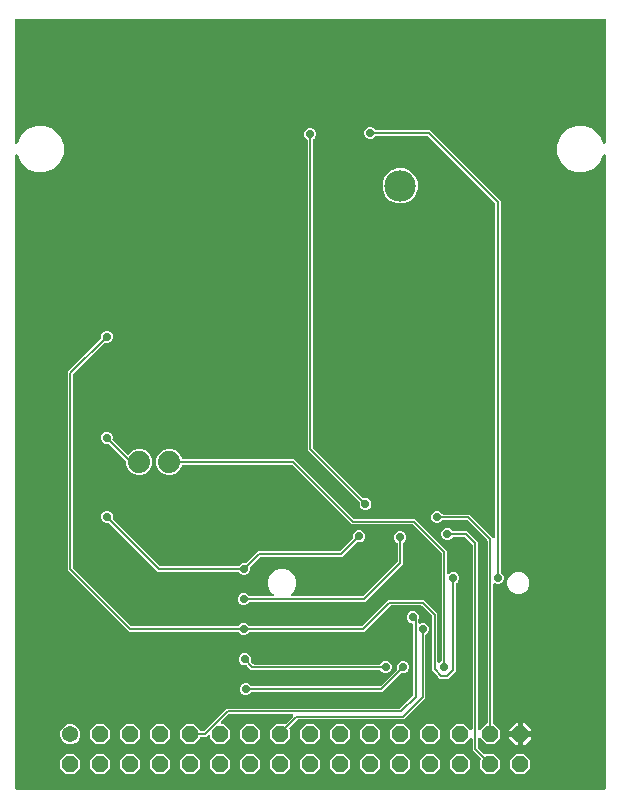
<source format=gbr>
G04 EAGLE Gerber RS-274X export*
G75*
%MOMM*%
%FSLAX34Y34*%
%LPD*%
%INBottom Copper*%
%IPPOS*%
%AMOC8*
5,1,8,0,0,1.08239X$1,22.5*%
G01*
%ADD10C,1.371600*%
%ADD11P,1.484606X8X22.500000*%
%ADD12C,1.879600*%
%ADD13C,0.152400*%
%ADD14C,0.705600*%
%ADD15C,2.667000*%

G36*
X528408Y3776D02*
X528408Y3776D01*
X528527Y3783D01*
X528566Y3796D01*
X528606Y3801D01*
X528717Y3845D01*
X528830Y3882D01*
X528864Y3903D01*
X528901Y3918D01*
X528998Y3988D01*
X529098Y4052D01*
X529126Y4081D01*
X529159Y4105D01*
X529235Y4196D01*
X529316Y4283D01*
X529336Y4319D01*
X529362Y4350D01*
X529412Y4458D01*
X529470Y4562D01*
X529480Y4601D01*
X529497Y4637D01*
X529520Y4754D01*
X529549Y4870D01*
X529553Y4930D01*
X529557Y4950D01*
X529556Y4970D01*
X529560Y5030D01*
X529589Y436715D01*
X529589Y540399D01*
X529581Y540468D01*
X529582Y540538D01*
X529561Y540625D01*
X529549Y540714D01*
X529524Y540779D01*
X529507Y540847D01*
X529465Y540927D01*
X529432Y541010D01*
X529391Y541067D01*
X529359Y541128D01*
X529298Y541195D01*
X529246Y541267D01*
X529192Y541312D01*
X529145Y541364D01*
X529070Y541413D01*
X529001Y541470D01*
X528937Y541500D01*
X528879Y541538D01*
X528794Y541568D01*
X528713Y541606D01*
X528644Y541619D01*
X528578Y541642D01*
X528489Y541649D01*
X528401Y541666D01*
X528331Y541661D01*
X528261Y541667D01*
X528173Y541651D01*
X528083Y541646D01*
X528017Y541624D01*
X527948Y541612D01*
X527866Y541575D01*
X527781Y541548D01*
X527722Y541510D01*
X527658Y541482D01*
X527588Y541426D01*
X527512Y541378D01*
X527464Y541327D01*
X527410Y541283D01*
X527355Y541211D01*
X527294Y541146D01*
X527260Y541085D01*
X527218Y541029D01*
X527147Y540885D01*
X524689Y534949D01*
X519151Y529411D01*
X511916Y526414D01*
X504084Y526414D01*
X496849Y529411D01*
X491311Y534949D01*
X488314Y542184D01*
X488314Y550016D01*
X491311Y557251D01*
X496849Y562789D01*
X504084Y565786D01*
X511916Y565786D01*
X519151Y562789D01*
X524689Y557251D01*
X527147Y551315D01*
X527182Y551255D01*
X527208Y551190D01*
X527260Y551117D01*
X527305Y551039D01*
X527354Y550989D01*
X527394Y550933D01*
X527464Y550875D01*
X527526Y550811D01*
X527586Y550774D01*
X527639Y550730D01*
X527721Y550691D01*
X527797Y550644D01*
X527864Y550624D01*
X527927Y550594D01*
X528015Y550577D01*
X528101Y550551D01*
X528171Y550548D01*
X528240Y550534D01*
X528329Y550540D01*
X528419Y550536D01*
X528487Y550550D01*
X528557Y550554D01*
X528642Y550582D01*
X528730Y550600D01*
X528793Y550631D01*
X528859Y550652D01*
X528935Y550700D01*
X529016Y550740D01*
X529069Y550785D01*
X529128Y550822D01*
X529190Y550888D01*
X529258Y550946D01*
X529298Y551003D01*
X529346Y551054D01*
X529389Y551133D01*
X529441Y551206D01*
X529466Y551271D01*
X529500Y551332D01*
X529522Y551419D01*
X529554Y551503D01*
X529562Y551573D01*
X529579Y551640D01*
X529589Y551801D01*
X529589Y655320D01*
X529574Y655438D01*
X529567Y655557D01*
X529554Y655595D01*
X529549Y655636D01*
X529506Y655746D01*
X529469Y655859D01*
X529447Y655894D01*
X529432Y655931D01*
X529363Y656027D01*
X529299Y656128D01*
X529269Y656156D01*
X529246Y656189D01*
X529154Y656265D01*
X529067Y656346D01*
X529032Y656366D01*
X529001Y656391D01*
X528893Y656442D01*
X528789Y656500D01*
X528749Y656510D01*
X528713Y656527D01*
X528596Y656549D01*
X528481Y656579D01*
X528421Y656583D01*
X528401Y656587D01*
X528380Y656585D01*
X528320Y656589D01*
X30480Y656589D01*
X30362Y656574D01*
X30243Y656567D01*
X30205Y656554D01*
X30164Y656549D01*
X30054Y656506D01*
X29941Y656469D01*
X29906Y656447D01*
X29869Y656432D01*
X29773Y656363D01*
X29672Y656299D01*
X29644Y656269D01*
X29611Y656246D01*
X29535Y656154D01*
X29454Y656067D01*
X29434Y656032D01*
X29409Y656001D01*
X29358Y655893D01*
X29300Y655789D01*
X29290Y655749D01*
X29273Y655713D01*
X29251Y655596D01*
X29221Y655481D01*
X29217Y655421D01*
X29213Y655401D01*
X29215Y655380D01*
X29211Y655320D01*
X29211Y551801D01*
X29219Y551732D01*
X29218Y551662D01*
X29239Y551575D01*
X29251Y551486D01*
X29276Y551421D01*
X29293Y551353D01*
X29335Y551273D01*
X29368Y551190D01*
X29409Y551133D01*
X29441Y551072D01*
X29502Y551005D01*
X29554Y550933D01*
X29608Y550888D01*
X29655Y550836D01*
X29730Y550787D01*
X29799Y550730D01*
X29863Y550700D01*
X29921Y550662D01*
X30006Y550632D01*
X30087Y550594D01*
X30156Y550581D01*
X30222Y550558D01*
X30311Y550551D01*
X30399Y550534D01*
X30469Y550539D01*
X30539Y550533D01*
X30627Y550549D01*
X30717Y550554D01*
X30783Y550576D01*
X30852Y550588D01*
X30934Y550625D01*
X31019Y550652D01*
X31078Y550690D01*
X31142Y550718D01*
X31212Y550774D01*
X31288Y550822D01*
X31336Y550873D01*
X31390Y550917D01*
X31445Y550989D01*
X31506Y551054D01*
X31540Y551115D01*
X31582Y551171D01*
X31653Y551315D01*
X34111Y557251D01*
X39649Y562789D01*
X46884Y565786D01*
X54716Y565786D01*
X61951Y562789D01*
X67489Y557251D01*
X70486Y550016D01*
X70486Y542184D01*
X67489Y534949D01*
X61951Y529411D01*
X54716Y526414D01*
X46884Y526414D01*
X39649Y529411D01*
X34111Y534949D01*
X31653Y540885D01*
X31618Y540945D01*
X31592Y541010D01*
X31540Y541083D01*
X31495Y541161D01*
X31446Y541211D01*
X31406Y541267D01*
X31336Y541325D01*
X31274Y541389D01*
X31214Y541426D01*
X31161Y541470D01*
X31079Y541509D01*
X31003Y541556D01*
X30936Y541576D01*
X30873Y541606D01*
X30785Y541623D01*
X30699Y541649D01*
X30629Y541652D01*
X30560Y541666D01*
X30471Y541660D01*
X30381Y541664D01*
X30313Y541650D01*
X30243Y541646D01*
X30158Y541618D01*
X30070Y541600D01*
X30007Y541569D01*
X29941Y541548D01*
X29865Y541500D01*
X29784Y541460D01*
X29731Y541415D01*
X29672Y541378D01*
X29610Y541312D01*
X29542Y541254D01*
X29502Y541197D01*
X29454Y541146D01*
X29411Y541067D01*
X29359Y540994D01*
X29334Y540929D01*
X29300Y540868D01*
X29278Y540781D01*
X29246Y540697D01*
X29238Y540627D01*
X29221Y540560D01*
X29211Y540399D01*
X29211Y5079D01*
X29226Y4961D01*
X29233Y4843D01*
X29246Y4804D01*
X29251Y4764D01*
X29294Y4653D01*
X29331Y4540D01*
X29353Y4506D01*
X29368Y4468D01*
X29437Y4372D01*
X29501Y4271D01*
X29531Y4244D01*
X29554Y4211D01*
X29646Y4135D01*
X29733Y4054D01*
X29768Y4034D01*
X29799Y4008D01*
X29907Y3957D01*
X30011Y3900D01*
X30051Y3890D01*
X30087Y3873D01*
X30204Y3850D01*
X30319Y3820D01*
X30380Y3817D01*
X30399Y3813D01*
X30420Y3814D01*
X30480Y3810D01*
X528290Y3761D01*
X528408Y3776D01*
G37*
%LPC*%
G36*
X389451Y97789D02*
X389451Y97789D01*
X387740Y99501D01*
X384235Y103006D01*
X384234Y103006D01*
X382523Y104717D01*
X382523Y150419D01*
X382511Y150517D01*
X382508Y150616D01*
X382491Y150674D01*
X382483Y150735D01*
X382447Y150827D01*
X382419Y150922D01*
X382389Y150974D01*
X382366Y151030D01*
X382308Y151110D01*
X382258Y151196D01*
X382192Y151271D01*
X382180Y151288D01*
X382170Y151295D01*
X382152Y151317D01*
X374075Y159394D01*
X373996Y159454D01*
X373924Y159522D01*
X373871Y159551D01*
X373823Y159588D01*
X373732Y159628D01*
X373646Y159676D01*
X373587Y159691D01*
X373531Y159715D01*
X373433Y159730D01*
X373338Y159755D01*
X373238Y159761D01*
X373217Y159765D01*
X373205Y159763D01*
X373177Y159765D01*
X347929Y159765D01*
X347831Y159753D01*
X347732Y159750D01*
X347674Y159733D01*
X347613Y159725D01*
X347521Y159689D01*
X347426Y159661D01*
X347374Y159631D01*
X347318Y159608D01*
X347238Y159550D01*
X347152Y159500D01*
X347077Y159434D01*
X347060Y159422D01*
X347053Y159412D01*
X347031Y159394D01*
X325051Y137413D01*
X228382Y137413D01*
X228353Y137410D01*
X228323Y137412D01*
X228196Y137390D01*
X228066Y137373D01*
X228039Y137363D01*
X228010Y137357D01*
X227891Y137304D01*
X227771Y137256D01*
X227747Y137239D01*
X227720Y137227D01*
X227618Y137146D01*
X227513Y137070D01*
X227494Y137047D01*
X227471Y137028D01*
X227427Y136970D01*
X225874Y135416D01*
X224017Y134647D01*
X222007Y134647D01*
X220150Y135416D01*
X218632Y136934D01*
X218621Y136952D01*
X218526Y137041D01*
X218436Y137134D01*
X218411Y137150D01*
X218389Y137170D01*
X218276Y137233D01*
X218165Y137301D01*
X218137Y137309D01*
X218111Y137324D01*
X217985Y137356D01*
X217861Y137394D01*
X217831Y137396D01*
X217803Y137403D01*
X217642Y137413D01*
X126053Y137413D01*
X73913Y189553D01*
X73913Y357309D01*
X101774Y385170D01*
X101792Y385193D01*
X101815Y385213D01*
X101889Y385319D01*
X101969Y385421D01*
X101981Y385448D01*
X101998Y385473D01*
X102044Y385594D01*
X102095Y385713D01*
X102100Y385742D01*
X102110Y385770D01*
X102125Y385899D01*
X102145Y386027D01*
X102142Y386057D01*
X102146Y386086D01*
X102135Y386159D01*
X102135Y388355D01*
X102904Y390212D01*
X104326Y391634D01*
X106183Y392403D01*
X108193Y392403D01*
X110050Y391634D01*
X111472Y390212D01*
X112241Y388355D01*
X112241Y386345D01*
X111472Y384488D01*
X110050Y383066D01*
X108193Y382297D01*
X106047Y382297D01*
X106026Y382302D01*
X105896Y382298D01*
X105767Y382300D01*
X105738Y382293D01*
X105708Y382292D01*
X105583Y382256D01*
X105458Y382226D01*
X105431Y382212D01*
X105403Y382204D01*
X105291Y382138D01*
X105176Y382077D01*
X105154Y382057D01*
X105129Y382042D01*
X105008Y381936D01*
X78858Y355787D01*
X78798Y355708D01*
X78730Y355636D01*
X78701Y355583D01*
X78664Y355535D01*
X78624Y355444D01*
X78576Y355358D01*
X78561Y355299D01*
X78537Y355243D01*
X78522Y355145D01*
X78497Y355050D01*
X78491Y354950D01*
X78487Y354929D01*
X78489Y354917D01*
X78487Y354889D01*
X78487Y191973D01*
X78499Y191875D01*
X78502Y191776D01*
X78519Y191718D01*
X78527Y191657D01*
X78563Y191565D01*
X78591Y191470D01*
X78621Y191418D01*
X78644Y191362D01*
X78702Y191282D01*
X78752Y191196D01*
X78818Y191121D01*
X78830Y191104D01*
X78840Y191097D01*
X78858Y191075D01*
X127575Y142358D01*
X127654Y142298D01*
X127726Y142230D01*
X127779Y142201D01*
X127827Y142164D01*
X127918Y142124D01*
X128004Y142076D01*
X128063Y142061D01*
X128119Y142037D01*
X128217Y142022D01*
X128312Y141997D01*
X128412Y141991D01*
X128433Y141987D01*
X128445Y141989D01*
X128473Y141987D01*
X217642Y141987D01*
X217671Y141990D01*
X217701Y141988D01*
X217828Y142010D01*
X217958Y142027D01*
X217985Y142037D01*
X218014Y142043D01*
X218133Y142096D01*
X218253Y142144D01*
X218277Y142161D01*
X218304Y142173D01*
X218406Y142254D01*
X218511Y142330D01*
X218530Y142353D01*
X218553Y142372D01*
X218597Y142430D01*
X220150Y143984D01*
X222007Y144753D01*
X224017Y144753D01*
X225874Y143984D01*
X227392Y142466D01*
X227403Y142448D01*
X227498Y142359D01*
X227588Y142266D01*
X227613Y142250D01*
X227635Y142230D01*
X227748Y142167D01*
X227859Y142099D01*
X227887Y142091D01*
X227913Y142076D01*
X228039Y142044D01*
X228163Y142006D01*
X228193Y142004D01*
X228221Y141997D01*
X228382Y141987D01*
X322631Y141987D01*
X322729Y141999D01*
X322828Y142002D01*
X322886Y142019D01*
X322947Y142027D01*
X323039Y142063D01*
X323134Y142091D01*
X323186Y142121D01*
X323242Y142144D01*
X323322Y142202D01*
X323408Y142252D01*
X323483Y142318D01*
X323500Y142330D01*
X323507Y142340D01*
X323529Y142358D01*
X345509Y164339D01*
X375597Y164339D01*
X387097Y152839D01*
X387097Y112319D01*
X387114Y112181D01*
X387127Y112042D01*
X387134Y112023D01*
X387137Y112003D01*
X387188Y111874D01*
X387235Y111743D01*
X387246Y111726D01*
X387254Y111707D01*
X387335Y111595D01*
X387413Y111480D01*
X387429Y111466D01*
X387440Y111450D01*
X387548Y111361D01*
X387652Y111269D01*
X387670Y111260D01*
X387685Y111247D01*
X387811Y111188D01*
X387935Y111125D01*
X387955Y111120D01*
X387973Y111112D01*
X388110Y111086D01*
X388245Y111055D01*
X388266Y111056D01*
X388285Y111052D01*
X388424Y111061D01*
X388563Y111065D01*
X388583Y111070D01*
X388603Y111072D01*
X388735Y111114D01*
X388869Y111153D01*
X388886Y111163D01*
X388905Y111170D01*
X389023Y111244D01*
X389143Y111315D01*
X389164Y111333D01*
X389174Y111340D01*
X389188Y111355D01*
X389263Y111421D01*
X390172Y112330D01*
X390190Y112341D01*
X390279Y112436D01*
X390372Y112526D01*
X390388Y112551D01*
X390408Y112573D01*
X390471Y112686D01*
X390539Y112797D01*
X390547Y112825D01*
X390562Y112851D01*
X390594Y112977D01*
X390632Y113101D01*
X390634Y113131D01*
X390641Y113159D01*
X390651Y113320D01*
X390651Y203759D01*
X390639Y203857D01*
X390636Y203956D01*
X390619Y204014D01*
X390611Y204075D01*
X390575Y204167D01*
X390547Y204262D01*
X390517Y204314D01*
X390494Y204370D01*
X390436Y204450D01*
X390386Y204536D01*
X390320Y204611D01*
X390308Y204628D01*
X390298Y204635D01*
X390280Y204657D01*
X366963Y227974D01*
X366884Y228034D01*
X366812Y228102D01*
X366759Y228131D01*
X366711Y228168D01*
X366620Y228208D01*
X366534Y228256D01*
X366475Y228271D01*
X366419Y228295D01*
X366321Y228310D01*
X366226Y228335D01*
X366126Y228341D01*
X366105Y228345D01*
X366093Y228343D01*
X366065Y228345D01*
X314521Y228345D01*
X264347Y278520D01*
X264268Y278580D01*
X264196Y278648D01*
X264143Y278677D01*
X264095Y278714D01*
X264004Y278754D01*
X263918Y278802D01*
X263859Y278817D01*
X263803Y278841D01*
X263705Y278856D01*
X263610Y278881D01*
X263510Y278887D01*
X263489Y278891D01*
X263477Y278889D01*
X263449Y278891D01*
X171744Y278891D01*
X171714Y278888D01*
X171685Y278890D01*
X171557Y278868D01*
X171428Y278851D01*
X171401Y278841D01*
X171371Y278836D01*
X171253Y278782D01*
X171132Y278734D01*
X171108Y278717D01*
X171082Y278705D01*
X170980Y278624D01*
X170875Y278548D01*
X170856Y278525D01*
X170833Y278506D01*
X170755Y278403D01*
X170672Y278303D01*
X170660Y278276D01*
X170642Y278252D01*
X170571Y278108D01*
X169280Y274991D01*
X166207Y271918D01*
X162193Y270255D01*
X157847Y270255D01*
X153833Y271918D01*
X150760Y274991D01*
X149097Y279005D01*
X149097Y283351D01*
X150760Y287365D01*
X153833Y290438D01*
X157847Y292101D01*
X162193Y292101D01*
X166207Y290438D01*
X169280Y287365D01*
X170571Y284248D01*
X170586Y284223D01*
X170595Y284195D01*
X170664Y284085D01*
X170728Y283972D01*
X170749Y283951D01*
X170765Y283926D01*
X170859Y283837D01*
X170950Y283744D01*
X170975Y283728D01*
X170996Y283708D01*
X171110Y283645D01*
X171221Y283577D01*
X171249Y283569D01*
X171275Y283554D01*
X171401Y283522D01*
X171525Y283484D01*
X171554Y283482D01*
X171583Y283475D01*
X171744Y283465D01*
X265869Y283465D01*
X267580Y281754D01*
X267580Y281753D01*
X316043Y233290D01*
X316122Y233230D01*
X316194Y233162D01*
X316247Y233133D01*
X316295Y233096D01*
X316386Y233056D01*
X316472Y233008D01*
X316531Y232993D01*
X316587Y232969D01*
X316685Y232954D01*
X316780Y232929D01*
X316880Y232923D01*
X316901Y232919D01*
X316913Y232921D01*
X316941Y232919D01*
X368485Y232919D01*
X395225Y206179D01*
X395225Y187757D01*
X395242Y187619D01*
X395247Y187569D01*
X395247Y187566D01*
X395247Y187565D01*
X395255Y187480D01*
X395262Y187461D01*
X395265Y187441D01*
X395316Y187312D01*
X395363Y187181D01*
X395374Y187164D01*
X395382Y187145D01*
X395463Y187033D01*
X395541Y186918D01*
X395557Y186904D01*
X395568Y186888D01*
X395676Y186799D01*
X395780Y186707D01*
X395798Y186698D01*
X395813Y186685D01*
X395939Y186626D01*
X396063Y186563D01*
X396083Y186558D01*
X396101Y186550D01*
X396237Y186524D01*
X396373Y186493D01*
X396394Y186494D01*
X396413Y186490D01*
X396552Y186499D01*
X396691Y186503D01*
X396711Y186508D01*
X396731Y186510D01*
X396863Y186552D01*
X396997Y186591D01*
X397014Y186601D01*
X397033Y186608D01*
X397151Y186682D01*
X397271Y186753D01*
X397292Y186771D01*
X397302Y186778D01*
X397316Y186793D01*
X397392Y186859D01*
X397696Y187164D01*
X399553Y187933D01*
X401563Y187933D01*
X403420Y187164D01*
X404842Y185742D01*
X405611Y183885D01*
X405611Y181875D01*
X404842Y180018D01*
X403400Y178576D01*
X403338Y178537D01*
X403225Y178473D01*
X403204Y178452D01*
X403179Y178436D01*
X403090Y178342D01*
X402997Y178251D01*
X402981Y178226D01*
X402961Y178205D01*
X402898Y178091D01*
X402830Y177980D01*
X402822Y177952D01*
X402807Y177926D01*
X402775Y177801D01*
X402737Y177676D01*
X402735Y177647D01*
X402728Y177618D01*
X402718Y177457D01*
X402718Y104082D01*
X396425Y97789D01*
X389451Y97789D01*
G37*
%LPD*%
%LPC*%
G36*
X428328Y17017D02*
X428328Y17017D01*
X423417Y21928D01*
X423417Y28889D01*
X423431Y28907D01*
X423510Y28996D01*
X423528Y29032D01*
X423553Y29064D01*
X423600Y29174D01*
X423654Y29280D01*
X423663Y29319D01*
X423679Y29356D01*
X423698Y29474D01*
X423724Y29590D01*
X423723Y29630D01*
X423729Y29670D01*
X423718Y29788D01*
X423714Y29908D01*
X423703Y29947D01*
X423699Y29987D01*
X423659Y30099D01*
X423626Y30213D01*
X423606Y30248D01*
X423592Y30286D01*
X423525Y30385D01*
X423464Y30487D01*
X423425Y30532D01*
X423413Y30549D01*
X423398Y30563D01*
X423358Y30608D01*
X418525Y35442D01*
X416813Y37153D01*
X416813Y46294D01*
X416796Y46432D01*
X416783Y46570D01*
X416776Y46590D01*
X416773Y46610D01*
X416722Y46739D01*
X416675Y46870D01*
X416664Y46887D01*
X416656Y46905D01*
X416575Y47018D01*
X416497Y47133D01*
X416481Y47146D01*
X416470Y47163D01*
X416362Y47251D01*
X416258Y47343D01*
X416240Y47353D01*
X416225Y47365D01*
X416099Y47425D01*
X415975Y47488D01*
X415955Y47492D01*
X415937Y47501D01*
X415801Y47527D01*
X415665Y47558D01*
X415644Y47557D01*
X415625Y47561D01*
X415486Y47552D01*
X415347Y47548D01*
X415327Y47542D01*
X415307Y47541D01*
X415175Y47498D01*
X415041Y47460D01*
X415024Y47449D01*
X415005Y47443D01*
X414887Y47368D01*
X414767Y47298D01*
X414746Y47279D01*
X414736Y47273D01*
X414722Y47258D01*
X414647Y47192D01*
X409872Y42417D01*
X402928Y42417D01*
X398017Y47328D01*
X398017Y54272D01*
X402928Y59183D01*
X409872Y59183D01*
X414647Y54408D01*
X414756Y54323D01*
X414863Y54235D01*
X414882Y54226D01*
X414898Y54213D01*
X415026Y54158D01*
X415151Y54099D01*
X415171Y54095D01*
X415190Y54087D01*
X415328Y54065D01*
X415464Y54039D01*
X415484Y54040D01*
X415504Y54037D01*
X415643Y54050D01*
X415781Y54059D01*
X415800Y54065D01*
X415820Y54067D01*
X415952Y54114D01*
X416083Y54157D01*
X416101Y54168D01*
X416120Y54175D01*
X416235Y54253D01*
X416352Y54327D01*
X416366Y54342D01*
X416383Y54353D01*
X416475Y54458D01*
X416570Y54559D01*
X416580Y54576D01*
X416593Y54592D01*
X416657Y54716D01*
X416724Y54837D01*
X416729Y54857D01*
X416738Y54875D01*
X416768Y55011D01*
X416803Y55145D01*
X416805Y55173D01*
X416808Y55185D01*
X416807Y55206D01*
X416813Y55306D01*
X416813Y210871D01*
X416801Y210969D01*
X416798Y211068D01*
X416781Y211126D01*
X416773Y211187D01*
X416737Y211279D01*
X416709Y211374D01*
X416679Y211426D01*
X416656Y211482D01*
X416598Y211562D01*
X416548Y211648D01*
X416482Y211723D01*
X416470Y211740D01*
X416460Y211747D01*
X416442Y211769D01*
X410651Y217560D01*
X410572Y217620D01*
X410500Y217688D01*
X410447Y217717D01*
X410399Y217754D01*
X410308Y217794D01*
X410222Y217842D01*
X410163Y217857D01*
X410107Y217881D01*
X410009Y217896D01*
X409914Y217921D01*
X409814Y217927D01*
X409793Y217931D01*
X409781Y217929D01*
X409753Y217931D01*
X400848Y217931D01*
X400819Y217928D01*
X400789Y217930D01*
X400662Y217908D01*
X400532Y217891D01*
X400505Y217881D01*
X400476Y217875D01*
X400357Y217822D01*
X400237Y217774D01*
X400213Y217757D01*
X400186Y217745D01*
X400084Y217664D01*
X399979Y217588D01*
X399960Y217565D01*
X399937Y217546D01*
X399893Y217488D01*
X398340Y215934D01*
X396483Y215165D01*
X394473Y215165D01*
X392616Y215934D01*
X391194Y217356D01*
X390425Y219213D01*
X390425Y221223D01*
X391194Y223080D01*
X392616Y224502D01*
X394473Y225271D01*
X396483Y225271D01*
X398340Y224502D01*
X399858Y222984D01*
X399869Y222966D01*
X399964Y222877D01*
X400054Y222784D01*
X400079Y222768D01*
X400101Y222748D01*
X400214Y222685D01*
X400325Y222617D01*
X400353Y222609D01*
X400379Y222594D01*
X400505Y222562D01*
X400629Y222524D01*
X400659Y222522D01*
X400687Y222515D01*
X400848Y222505D01*
X412173Y222505D01*
X421387Y213291D01*
X421387Y55306D01*
X421404Y55168D01*
X421417Y55030D01*
X421424Y55010D01*
X421427Y54990D01*
X421478Y54861D01*
X421525Y54730D01*
X421536Y54713D01*
X421544Y54695D01*
X421625Y54582D01*
X421703Y54467D01*
X421719Y54454D01*
X421730Y54437D01*
X421838Y54349D01*
X421942Y54257D01*
X421960Y54247D01*
X421975Y54235D01*
X422101Y54175D01*
X422225Y54112D01*
X422245Y54108D01*
X422263Y54099D01*
X422399Y54073D01*
X422535Y54042D01*
X422556Y54043D01*
X422575Y54039D01*
X422714Y54048D01*
X422853Y54052D01*
X422873Y54058D01*
X422893Y54059D01*
X423025Y54102D01*
X423159Y54140D01*
X423176Y54151D01*
X423195Y54157D01*
X423313Y54232D01*
X423433Y54302D01*
X423454Y54321D01*
X423464Y54327D01*
X423478Y54342D01*
X423553Y54408D01*
X428340Y59195D01*
X428362Y59198D01*
X428481Y59205D01*
X428519Y59218D01*
X428560Y59223D01*
X428670Y59266D01*
X428783Y59303D01*
X428818Y59325D01*
X428855Y59340D01*
X428951Y59409D01*
X429052Y59473D01*
X429080Y59503D01*
X429113Y59526D01*
X429189Y59618D01*
X429270Y59705D01*
X429290Y59740D01*
X429315Y59771D01*
X429366Y59879D01*
X429424Y59983D01*
X429434Y60023D01*
X429451Y60059D01*
X429473Y60176D01*
X429503Y60291D01*
X429507Y60351D01*
X429511Y60371D01*
X429509Y60392D01*
X429513Y60452D01*
X429513Y214427D01*
X429501Y214525D01*
X429498Y214624D01*
X429481Y214682D01*
X429473Y214743D01*
X429437Y214835D01*
X429409Y214930D01*
X429379Y214982D01*
X429356Y215038D01*
X429298Y215118D01*
X429248Y215204D01*
X429182Y215279D01*
X429170Y215296D01*
X429160Y215303D01*
X429142Y215325D01*
X412683Y231784D01*
X412604Y231844D01*
X412532Y231912D01*
X412479Y231941D01*
X412431Y231978D01*
X412340Y232018D01*
X412254Y232066D01*
X412195Y232081D01*
X412139Y232105D01*
X412041Y232120D01*
X411946Y232145D01*
X411846Y232151D01*
X411825Y232155D01*
X411813Y232153D01*
X411785Y232155D01*
X391958Y232155D01*
X391929Y232152D01*
X391899Y232154D01*
X391772Y232132D01*
X391642Y232115D01*
X391615Y232105D01*
X391586Y232099D01*
X391467Y232046D01*
X391347Y231998D01*
X391323Y231981D01*
X391296Y231969D01*
X391194Y231888D01*
X391089Y231812D01*
X391070Y231789D01*
X391047Y231770D01*
X391003Y231712D01*
X389450Y230158D01*
X387593Y229389D01*
X385583Y229389D01*
X383726Y230158D01*
X382304Y231580D01*
X381535Y233437D01*
X381535Y235447D01*
X382304Y237304D01*
X383726Y238726D01*
X385583Y239495D01*
X387593Y239495D01*
X389450Y238726D01*
X390968Y237208D01*
X390979Y237190D01*
X391074Y237101D01*
X391164Y237008D01*
X391189Y236992D01*
X391211Y236972D01*
X391324Y236909D01*
X391435Y236841D01*
X391463Y236833D01*
X391489Y236818D01*
X391615Y236786D01*
X391739Y236748D01*
X391769Y236746D01*
X391797Y236739D01*
X391958Y236729D01*
X414205Y236729D01*
X415916Y235017D01*
X433951Y216983D01*
X434060Y216898D01*
X434167Y216810D01*
X434186Y216801D01*
X434202Y216788D01*
X434330Y216733D01*
X434455Y216674D01*
X434475Y216670D01*
X434494Y216662D01*
X434632Y216640D01*
X434768Y216614D01*
X434788Y216615D01*
X434808Y216612D01*
X434947Y216625D01*
X435085Y216634D01*
X435104Y216640D01*
X435124Y216642D01*
X435256Y216689D01*
X435387Y216732D01*
X435405Y216743D01*
X435424Y216750D01*
X435539Y216828D01*
X435656Y216902D01*
X435670Y216917D01*
X435687Y216928D01*
X435779Y217032D01*
X435874Y217134D01*
X435884Y217152D01*
X435897Y217167D01*
X435961Y217291D01*
X436028Y217412D01*
X436033Y217432D01*
X436042Y217450D01*
X436072Y217586D01*
X436107Y217720D01*
X436109Y217748D01*
X436112Y217760D01*
X436111Y217781D01*
X436117Y217881D01*
X436117Y499923D01*
X436105Y500021D01*
X436102Y500120D01*
X436085Y500178D01*
X436077Y500239D01*
X436041Y500331D01*
X436013Y500426D01*
X435983Y500478D01*
X435960Y500534D01*
X435902Y500614D01*
X435852Y500700D01*
X435786Y500775D01*
X435774Y500792D01*
X435764Y500799D01*
X435746Y500821D01*
X379409Y557158D01*
X379330Y557218D01*
X379258Y557286D01*
X379205Y557315D01*
X379157Y557352D01*
X379066Y557392D01*
X378980Y557440D01*
X378921Y557455D01*
X378865Y557479D01*
X378767Y557494D01*
X378672Y557519D01*
X378572Y557525D01*
X378551Y557529D01*
X378539Y557527D01*
X378511Y557529D01*
X335570Y557529D01*
X335541Y557526D01*
X335511Y557528D01*
X335384Y557506D01*
X335254Y557489D01*
X335227Y557479D01*
X335198Y557473D01*
X335079Y557420D01*
X334959Y557372D01*
X334935Y557355D01*
X334908Y557343D01*
X334806Y557262D01*
X334701Y557186D01*
X334682Y557163D01*
X334659Y557144D01*
X334615Y557086D01*
X333062Y555532D01*
X331205Y554763D01*
X329195Y554763D01*
X327338Y555532D01*
X325916Y556954D01*
X325147Y558811D01*
X325147Y560821D01*
X325916Y562678D01*
X327338Y564100D01*
X329195Y564869D01*
X331205Y564869D01*
X333062Y564100D01*
X334580Y562582D01*
X334591Y562564D01*
X334686Y562475D01*
X334776Y562382D01*
X334801Y562366D01*
X334823Y562346D01*
X334936Y562283D01*
X335047Y562215D01*
X335075Y562207D01*
X335101Y562192D01*
X335227Y562160D01*
X335351Y562122D01*
X335381Y562120D01*
X335409Y562113D01*
X335570Y562103D01*
X380931Y562103D01*
X440691Y502343D01*
X440691Y188250D01*
X440694Y188221D01*
X440692Y188191D01*
X440714Y188064D01*
X440731Y187934D01*
X440741Y187907D01*
X440747Y187878D01*
X440800Y187759D01*
X440848Y187639D01*
X440865Y187615D01*
X440877Y187588D01*
X440958Y187486D01*
X441034Y187381D01*
X441057Y187362D01*
X441076Y187339D01*
X441134Y187295D01*
X442688Y185742D01*
X443457Y183885D01*
X443457Y181875D01*
X442688Y180018D01*
X441266Y178596D01*
X439409Y177827D01*
X437399Y177827D01*
X435842Y178472D01*
X435794Y178485D01*
X435749Y178507D01*
X435641Y178527D01*
X435535Y178556D01*
X435485Y178557D01*
X435436Y178566D01*
X435327Y178560D01*
X435217Y178561D01*
X435169Y178550D01*
X435119Y178547D01*
X435015Y178513D01*
X434908Y178487D01*
X434864Y178464D01*
X434817Y178449D01*
X434724Y178390D01*
X434627Y178338D01*
X434590Y178305D01*
X434548Y178278D01*
X434473Y178198D01*
X434391Y178125D01*
X434364Y178083D01*
X434330Y178047D01*
X434277Y177951D01*
X434217Y177859D01*
X434200Y177812D01*
X434176Y177768D01*
X434149Y177662D01*
X434113Y177558D01*
X434109Y177508D01*
X434097Y177460D01*
X434087Y177300D01*
X434087Y60452D01*
X434102Y60334D01*
X434109Y60215D01*
X434122Y60177D01*
X434127Y60136D01*
X434170Y60026D01*
X434207Y59913D01*
X434229Y59878D01*
X434244Y59841D01*
X434313Y59745D01*
X434377Y59644D01*
X434407Y59616D01*
X434430Y59583D01*
X434522Y59507D01*
X434609Y59426D01*
X434644Y59406D01*
X434675Y59381D01*
X434783Y59330D01*
X434887Y59272D01*
X434927Y59262D01*
X434963Y59245D01*
X435080Y59223D01*
X435195Y59193D01*
X435255Y59189D01*
X435268Y59187D01*
X440183Y54272D01*
X440183Y47328D01*
X435272Y42417D01*
X428328Y42417D01*
X423553Y47192D01*
X423444Y47277D01*
X423337Y47365D01*
X423318Y47374D01*
X423302Y47387D01*
X423174Y47442D01*
X423049Y47501D01*
X423029Y47505D01*
X423010Y47513D01*
X422872Y47535D01*
X422736Y47561D01*
X422716Y47560D01*
X422696Y47563D01*
X422557Y47550D01*
X422419Y47541D01*
X422400Y47535D01*
X422380Y47533D01*
X422248Y47486D01*
X422117Y47443D01*
X422099Y47432D01*
X422080Y47425D01*
X421965Y47347D01*
X421848Y47273D01*
X421834Y47258D01*
X421817Y47247D01*
X421725Y47142D01*
X421630Y47041D01*
X421620Y47024D01*
X421607Y47008D01*
X421543Y46884D01*
X421476Y46763D01*
X421471Y46743D01*
X421462Y46725D01*
X421432Y46589D01*
X421397Y46455D01*
X421395Y46427D01*
X421392Y46415D01*
X421393Y46394D01*
X421387Y46294D01*
X421387Y39573D01*
X421399Y39475D01*
X421402Y39376D01*
X421419Y39318D01*
X421427Y39257D01*
X421463Y39165D01*
X421491Y39070D01*
X421521Y39018D01*
X421544Y38962D01*
X421602Y38882D01*
X421652Y38796D01*
X421718Y38721D01*
X421730Y38704D01*
X421740Y38697D01*
X421758Y38675D01*
X426592Y33842D01*
X426686Y33769D01*
X426775Y33690D01*
X426811Y33672D01*
X426843Y33647D01*
X426953Y33600D01*
X427059Y33546D01*
X427098Y33537D01*
X427135Y33521D01*
X427253Y33502D01*
X427369Y33476D01*
X427409Y33477D01*
X427449Y33471D01*
X427568Y33482D01*
X427687Y33486D01*
X427725Y33497D01*
X427766Y33501D01*
X427878Y33541D01*
X427992Y33574D01*
X428027Y33595D01*
X428065Y33608D01*
X428164Y33675D01*
X428266Y33736D01*
X428311Y33775D01*
X428322Y33783D01*
X435272Y33783D01*
X440183Y28872D01*
X440183Y21928D01*
X435272Y17017D01*
X428328Y17017D01*
G37*
%LPD*%
%LPC*%
G36*
X174328Y42417D02*
X174328Y42417D01*
X169417Y47328D01*
X169417Y54272D01*
X174328Y59183D01*
X181272Y59183D01*
X186195Y54260D01*
X186198Y54238D01*
X186205Y54119D01*
X186218Y54081D01*
X186223Y54040D01*
X186266Y53930D01*
X186303Y53817D01*
X186325Y53782D01*
X186340Y53745D01*
X186409Y53649D01*
X186473Y53548D01*
X186503Y53520D01*
X186526Y53487D01*
X186618Y53411D01*
X186705Y53330D01*
X186740Y53310D01*
X186771Y53285D01*
X186879Y53234D01*
X186983Y53176D01*
X187023Y53166D01*
X187059Y53149D01*
X187176Y53127D01*
X187291Y53097D01*
X187351Y53093D01*
X187371Y53089D01*
X187392Y53091D01*
X187452Y53087D01*
X188795Y53087D01*
X188894Y53099D01*
X188993Y53102D01*
X189051Y53119D01*
X189111Y53127D01*
X189203Y53163D01*
X189298Y53191D01*
X189350Y53221D01*
X189407Y53244D01*
X189487Y53302D01*
X189572Y53352D01*
X189647Y53418D01*
X189664Y53430D01*
X189672Y53440D01*
X189693Y53458D01*
X208625Y72391D01*
X354889Y72391D01*
X354987Y72403D01*
X355086Y72406D01*
X355144Y72423D01*
X355205Y72431D01*
X355297Y72467D01*
X355392Y72495D01*
X355444Y72525D01*
X355500Y72548D01*
X355580Y72606D01*
X355666Y72656D01*
X355741Y72722D01*
X355758Y72734D01*
X355765Y72744D01*
X355787Y72762D01*
X365896Y82871D01*
X365956Y82950D01*
X366024Y83022D01*
X366053Y83075D01*
X366090Y83123D01*
X366130Y83214D01*
X366178Y83300D01*
X366193Y83359D01*
X366217Y83415D01*
X366232Y83513D01*
X366257Y83608D01*
X366263Y83708D01*
X366267Y83729D01*
X366265Y83741D01*
X366267Y83769D01*
X366267Y143284D01*
X366252Y143402D01*
X366245Y143521D01*
X366232Y143559D01*
X366227Y143600D01*
X366184Y143710D01*
X366147Y143823D01*
X366125Y143858D01*
X366110Y143895D01*
X366041Y143991D01*
X365977Y144092D01*
X365947Y144120D01*
X365924Y144153D01*
X365832Y144229D01*
X365745Y144310D01*
X365710Y144330D01*
X365679Y144355D01*
X365571Y144406D01*
X365467Y144464D01*
X365427Y144474D01*
X365391Y144491D01*
X365274Y144513D01*
X365159Y144543D01*
X365099Y144547D01*
X365079Y144551D01*
X365058Y144549D01*
X365011Y144552D01*
X363152Y145322D01*
X361730Y146744D01*
X360961Y148601D01*
X360961Y150611D01*
X361730Y152468D01*
X363152Y153890D01*
X365009Y154659D01*
X367019Y154659D01*
X368876Y153890D01*
X370298Y152468D01*
X371067Y150611D01*
X371067Y148601D01*
X370937Y148289D01*
X370935Y148280D01*
X370930Y148271D01*
X370893Y148127D01*
X370853Y147982D01*
X370853Y147973D01*
X370851Y147964D01*
X370841Y147803D01*
X370841Y145491D01*
X370847Y145441D01*
X370845Y145392D01*
X370867Y145284D01*
X370881Y145175D01*
X370899Y145129D01*
X370909Y145080D01*
X370957Y144982D01*
X370998Y144880D01*
X371027Y144839D01*
X371049Y144795D01*
X371120Y144711D01*
X371184Y144622D01*
X371223Y144590D01*
X371255Y144553D01*
X371345Y144489D01*
X371429Y144419D01*
X371474Y144398D01*
X371515Y144370D01*
X371618Y144331D01*
X371717Y144284D01*
X371766Y144275D01*
X371812Y144257D01*
X371922Y144245D01*
X372029Y144224D01*
X372079Y144227D01*
X372128Y144222D01*
X372237Y144237D01*
X372347Y144244D01*
X372394Y144259D01*
X372443Y144266D01*
X372596Y144318D01*
X373645Y144753D01*
X375655Y144753D01*
X377512Y143984D01*
X378934Y142562D01*
X379703Y140705D01*
X379703Y138695D01*
X378934Y136838D01*
X377416Y135320D01*
X377398Y135309D01*
X377309Y135214D01*
X377216Y135124D01*
X377200Y135099D01*
X377180Y135077D01*
X377117Y134964D01*
X377049Y134853D01*
X377041Y134825D01*
X377026Y134799D01*
X376994Y134673D01*
X376956Y134549D01*
X376954Y134519D01*
X376947Y134491D01*
X376937Y134330D01*
X376937Y81603D01*
X358579Y63245D01*
X269189Y63245D01*
X269091Y63233D01*
X268992Y63230D01*
X268934Y63213D01*
X268873Y63205D01*
X268781Y63169D01*
X268686Y63141D01*
X268634Y63111D01*
X268578Y63088D01*
X268498Y63030D01*
X268412Y62980D01*
X268337Y62914D01*
X268320Y62902D01*
X268313Y62892D01*
X268291Y62874D01*
X261934Y56516D01*
X261861Y56422D01*
X261782Y56333D01*
X261764Y56297D01*
X261739Y56265D01*
X261692Y56155D01*
X261638Y56049D01*
X261629Y56010D01*
X261613Y55973D01*
X261594Y55855D01*
X261568Y55739D01*
X261569Y55699D01*
X261563Y55659D01*
X261574Y55540D01*
X261578Y55421D01*
X261589Y55382D01*
X261593Y55342D01*
X261633Y55230D01*
X261666Y55116D01*
X261687Y55081D01*
X261700Y55043D01*
X261767Y54944D01*
X261828Y54842D01*
X261867Y54797D01*
X261879Y54780D01*
X261894Y54766D01*
X261934Y54721D01*
X262383Y54272D01*
X262383Y47328D01*
X257472Y42417D01*
X250528Y42417D01*
X245617Y47328D01*
X245617Y54272D01*
X250528Y59183D01*
X257607Y59183D01*
X257705Y59195D01*
X257804Y59198D01*
X257862Y59215D01*
X257923Y59223D01*
X258015Y59259D01*
X258110Y59287D01*
X258162Y59317D01*
X258218Y59340D01*
X258298Y59398D01*
X258384Y59448D01*
X258459Y59514D01*
X258476Y59526D01*
X258483Y59536D01*
X258505Y59554D01*
X264601Y65651D01*
X264686Y65760D01*
X264774Y65867D01*
X264783Y65886D01*
X264796Y65902D01*
X264851Y66030D01*
X264910Y66155D01*
X264914Y66175D01*
X264922Y66194D01*
X264944Y66332D01*
X264970Y66468D01*
X264969Y66488D01*
X264972Y66508D01*
X264959Y66647D01*
X264950Y66785D01*
X264944Y66804D01*
X264942Y66824D01*
X264895Y66956D01*
X264852Y67087D01*
X264841Y67105D01*
X264834Y67124D01*
X264756Y67239D01*
X264682Y67356D01*
X264667Y67370D01*
X264656Y67387D01*
X264551Y67479D01*
X264450Y67574D01*
X264433Y67584D01*
X264417Y67597D01*
X264293Y67661D01*
X264172Y67728D01*
X264152Y67733D01*
X264134Y67742D01*
X263998Y67772D01*
X263864Y67807D01*
X263836Y67809D01*
X263824Y67812D01*
X263803Y67811D01*
X263703Y67817D01*
X211045Y67817D01*
X210947Y67805D01*
X210848Y67802D01*
X210790Y67785D01*
X210730Y67777D01*
X210638Y67741D01*
X210543Y67713D01*
X210490Y67683D01*
X210434Y67660D01*
X210354Y67602D01*
X210269Y67552D01*
X210193Y67486D01*
X210177Y67474D01*
X210169Y67464D01*
X210148Y67446D01*
X204052Y61349D01*
X203967Y61240D01*
X203878Y61133D01*
X203869Y61114D01*
X203857Y61098D01*
X203801Y60970D01*
X203742Y60845D01*
X203739Y60825D01*
X203730Y60806D01*
X203709Y60668D01*
X203683Y60532D01*
X203684Y60512D01*
X203681Y60492D01*
X203694Y60353D01*
X203702Y60215D01*
X203709Y60196D01*
X203710Y60176D01*
X203758Y60044D01*
X203800Y59913D01*
X203811Y59895D01*
X203818Y59876D01*
X203896Y59761D01*
X203971Y59644D01*
X203985Y59630D01*
X203997Y59613D01*
X204101Y59521D01*
X204202Y59426D01*
X204220Y59416D01*
X204235Y59403D01*
X204359Y59339D01*
X204481Y59272D01*
X204500Y59267D01*
X204518Y59258D01*
X204654Y59228D01*
X204789Y59193D01*
X204817Y59191D01*
X204829Y59188D01*
X204849Y59189D01*
X204949Y59183D01*
X206672Y59183D01*
X211583Y54272D01*
X211583Y47328D01*
X206672Y42417D01*
X199728Y42417D01*
X194817Y47328D01*
X194817Y49051D01*
X194800Y49188D01*
X194787Y49327D01*
X194780Y49346D01*
X194777Y49366D01*
X194726Y49495D01*
X194679Y49626D01*
X194668Y49643D01*
X194660Y49662D01*
X194579Y49774D01*
X194501Y49890D01*
X194485Y49903D01*
X194474Y49919D01*
X194366Y50008D01*
X194262Y50100D01*
X194244Y50109D01*
X194229Y50122D01*
X194103Y50181D01*
X193979Y50245D01*
X193959Y50249D01*
X193941Y50258D01*
X193804Y50284D01*
X193669Y50314D01*
X193648Y50314D01*
X193629Y50317D01*
X193490Y50309D01*
X193351Y50305D01*
X193331Y50299D01*
X193311Y50298D01*
X193179Y50255D01*
X193045Y50216D01*
X193028Y50206D01*
X193009Y50200D01*
X192891Y50125D01*
X192771Y50055D01*
X192750Y50036D01*
X192740Y50029D01*
X192726Y50014D01*
X192651Y49948D01*
X191216Y48513D01*
X187452Y48513D01*
X187334Y48498D01*
X187215Y48491D01*
X187177Y48478D01*
X187136Y48473D01*
X187026Y48430D01*
X186913Y48393D01*
X186878Y48371D01*
X186841Y48356D01*
X186745Y48287D01*
X186644Y48223D01*
X186616Y48193D01*
X186583Y48170D01*
X186507Y48078D01*
X186426Y47991D01*
X186406Y47956D01*
X186381Y47925D01*
X186330Y47817D01*
X186272Y47713D01*
X186262Y47673D01*
X186245Y47637D01*
X186223Y47520D01*
X186193Y47405D01*
X186189Y47345D01*
X186187Y47332D01*
X181272Y42417D01*
X174328Y42417D01*
G37*
%LPD*%
%LPC*%
G36*
X325131Y240565D02*
X325131Y240565D01*
X323274Y241334D01*
X321852Y242756D01*
X321083Y244613D01*
X321083Y246759D01*
X321088Y246780D01*
X321084Y246910D01*
X321086Y247039D01*
X321079Y247068D01*
X321078Y247098D01*
X321042Y247223D01*
X321012Y247348D01*
X320998Y247375D01*
X320990Y247403D01*
X320924Y247515D01*
X320863Y247630D01*
X320843Y247652D01*
X320828Y247677D01*
X320722Y247798D01*
X277113Y291407D01*
X277113Y553430D01*
X277110Y553459D01*
X277112Y553489D01*
X277090Y553616D01*
X277073Y553746D01*
X277063Y553773D01*
X277057Y553802D01*
X277004Y553921D01*
X276956Y554041D01*
X276939Y554065D01*
X276927Y554092D01*
X276846Y554194D01*
X276770Y554299D01*
X276747Y554318D01*
X276728Y554341D01*
X276670Y554385D01*
X275116Y555938D01*
X274347Y557795D01*
X274347Y559805D01*
X275116Y561662D01*
X276538Y563084D01*
X278395Y563853D01*
X280405Y563853D01*
X282262Y563084D01*
X283684Y561662D01*
X284453Y559805D01*
X284453Y557795D01*
X283684Y555938D01*
X282166Y554420D01*
X282148Y554409D01*
X282059Y554314D01*
X281966Y554224D01*
X281950Y554199D01*
X281930Y554177D01*
X281867Y554064D01*
X281799Y553953D01*
X281791Y553925D01*
X281776Y553899D01*
X281744Y553773D01*
X281706Y553649D01*
X281704Y553619D01*
X281697Y553591D01*
X281687Y553430D01*
X281687Y293827D01*
X281699Y293729D01*
X281702Y293630D01*
X281719Y293572D01*
X281727Y293511D01*
X281763Y293419D01*
X281791Y293324D01*
X281821Y293272D01*
X281844Y293216D01*
X281902Y293136D01*
X281952Y293050D01*
X282018Y292975D01*
X282030Y292958D01*
X282040Y292951D01*
X282058Y292929D01*
X323956Y251032D01*
X323979Y251014D01*
X323999Y250991D01*
X324105Y250917D01*
X324207Y250837D01*
X324234Y250825D01*
X324259Y250808D01*
X324380Y250762D01*
X324499Y250711D01*
X324528Y250706D01*
X324556Y250696D01*
X324685Y250681D01*
X324813Y250661D01*
X324843Y250664D01*
X324872Y250660D01*
X324945Y250671D01*
X327141Y250671D01*
X328998Y249902D01*
X330420Y248480D01*
X331189Y246623D01*
X331189Y244613D01*
X330420Y242756D01*
X328998Y241334D01*
X327141Y240565D01*
X325131Y240565D01*
G37*
%LPD*%
%LPC*%
G36*
X222007Y160047D02*
X222007Y160047D01*
X220150Y160816D01*
X218728Y162238D01*
X217959Y164095D01*
X217959Y166105D01*
X218728Y167962D01*
X220150Y169384D01*
X222007Y170153D01*
X224017Y170153D01*
X225874Y169384D01*
X227392Y167866D01*
X227403Y167848D01*
X227498Y167759D01*
X227588Y167666D01*
X227613Y167650D01*
X227635Y167630D01*
X227748Y167567D01*
X227859Y167499D01*
X227887Y167491D01*
X227913Y167476D01*
X228039Y167444D01*
X228163Y167406D01*
X228193Y167404D01*
X228221Y167397D01*
X228382Y167387D01*
X247296Y167387D01*
X247434Y167404D01*
X247573Y167417D01*
X247592Y167424D01*
X247612Y167427D01*
X247741Y167478D01*
X247872Y167525D01*
X247889Y167536D01*
X247907Y167544D01*
X248020Y167625D01*
X248135Y167703D01*
X248148Y167719D01*
X248165Y167730D01*
X248254Y167838D01*
X248345Y167942D01*
X248355Y167960D01*
X248368Y167975D01*
X248427Y168101D01*
X248490Y168225D01*
X248494Y168245D01*
X248503Y168263D01*
X248529Y168399D01*
X248560Y168535D01*
X248559Y168556D01*
X248563Y168575D01*
X248554Y168714D01*
X248550Y168853D01*
X248544Y168873D01*
X248543Y168893D01*
X248500Y169025D01*
X248462Y169159D01*
X248451Y169176D01*
X248445Y169195D01*
X248370Y169313D01*
X248300Y169433D01*
X248281Y169454D01*
X248275Y169464D01*
X248260Y169478D01*
X248194Y169553D01*
X245587Y172160D01*
X243789Y176501D01*
X243789Y181199D01*
X245587Y185540D01*
X248910Y188863D01*
X253251Y190661D01*
X257949Y190661D01*
X262290Y188863D01*
X265613Y185540D01*
X267411Y181199D01*
X267411Y176501D01*
X265613Y172160D01*
X263006Y169553D01*
X262921Y169443D01*
X262832Y169337D01*
X262824Y169318D01*
X262811Y169302D01*
X262756Y169174D01*
X262697Y169049D01*
X262693Y169029D01*
X262685Y169010D01*
X262663Y168872D01*
X262637Y168736D01*
X262638Y168716D01*
X262635Y168696D01*
X262648Y168557D01*
X262657Y168419D01*
X262663Y168400D01*
X262665Y168380D01*
X262712Y168248D01*
X262755Y168117D01*
X262766Y168099D01*
X262773Y168080D01*
X262851Y167965D01*
X262925Y167848D01*
X262940Y167834D01*
X262951Y167817D01*
X263056Y167725D01*
X263157Y167630D01*
X263174Y167620D01*
X263190Y167607D01*
X263314Y167543D01*
X263435Y167476D01*
X263455Y167471D01*
X263473Y167462D01*
X263609Y167432D01*
X263743Y167397D01*
X263771Y167395D01*
X263783Y167392D01*
X263804Y167393D01*
X263904Y167387D01*
X323393Y167387D01*
X323491Y167399D01*
X323590Y167402D01*
X323648Y167419D01*
X323709Y167427D01*
X323801Y167463D01*
X323896Y167491D01*
X323948Y167521D01*
X324004Y167544D01*
X324084Y167602D01*
X324170Y167652D01*
X324245Y167718D01*
X324262Y167730D01*
X324269Y167740D01*
X324291Y167758D01*
X352942Y196409D01*
X353002Y196488D01*
X353070Y196560D01*
X353099Y196613D01*
X353136Y196661D01*
X353176Y196752D01*
X353224Y196838D01*
X353239Y196897D01*
X353263Y196953D01*
X353278Y197051D01*
X353303Y197146D01*
X353309Y197246D01*
X353313Y197267D01*
X353311Y197279D01*
X353313Y197307D01*
X353313Y212054D01*
X353310Y212083D01*
X353312Y212113D01*
X353290Y212240D01*
X353273Y212370D01*
X353263Y212397D01*
X353257Y212426D01*
X353204Y212545D01*
X353156Y212665D01*
X353139Y212689D01*
X353127Y212716D01*
X353046Y212818D01*
X352970Y212923D01*
X352947Y212942D01*
X352928Y212965D01*
X352870Y213009D01*
X351316Y214562D01*
X350547Y216419D01*
X350547Y218429D01*
X351316Y220286D01*
X352738Y221708D01*
X354595Y222477D01*
X356605Y222477D01*
X358462Y221708D01*
X359884Y220286D01*
X360653Y218429D01*
X360653Y216419D01*
X359884Y214562D01*
X358366Y213044D01*
X358348Y213033D01*
X358259Y212938D01*
X358166Y212848D01*
X358150Y212823D01*
X358130Y212801D01*
X358067Y212688D01*
X357999Y212577D01*
X357991Y212549D01*
X357976Y212523D01*
X357944Y212397D01*
X357906Y212273D01*
X357904Y212243D01*
X357897Y212215D01*
X357887Y212054D01*
X357887Y194887D01*
X325813Y162813D01*
X228382Y162813D01*
X228353Y162810D01*
X228323Y162812D01*
X228196Y162790D01*
X228066Y162773D01*
X228039Y162763D01*
X228010Y162757D01*
X227891Y162704D01*
X227771Y162656D01*
X227747Y162639D01*
X227720Y162627D01*
X227618Y162546D01*
X227513Y162470D01*
X227494Y162447D01*
X227471Y162428D01*
X227427Y162370D01*
X225874Y160816D01*
X224017Y160047D01*
X222007Y160047D01*
G37*
%LPD*%
%LPC*%
G36*
X222261Y185447D02*
X222261Y185447D01*
X220404Y186216D01*
X218886Y187734D01*
X218875Y187752D01*
X218780Y187841D01*
X218690Y187934D01*
X218665Y187950D01*
X218643Y187970D01*
X218530Y188033D01*
X218419Y188101D01*
X218391Y188109D01*
X218365Y188124D01*
X218239Y188156D01*
X218115Y188194D01*
X218085Y188196D01*
X218057Y188203D01*
X217896Y188213D01*
X150691Y188213D01*
X109368Y229536D01*
X109345Y229554D01*
X109325Y229577D01*
X109219Y229651D01*
X109117Y229731D01*
X109090Y229743D01*
X109065Y229760D01*
X108944Y229806D01*
X108825Y229857D01*
X108796Y229862D01*
X108768Y229872D01*
X108639Y229887D01*
X108511Y229907D01*
X108481Y229904D01*
X108452Y229908D01*
X108379Y229897D01*
X106183Y229897D01*
X104326Y230666D01*
X102904Y232088D01*
X102135Y233945D01*
X102135Y235955D01*
X102904Y237812D01*
X104326Y239234D01*
X106183Y240003D01*
X108193Y240003D01*
X110050Y239234D01*
X111472Y237812D01*
X112241Y235955D01*
X112241Y233809D01*
X112236Y233788D01*
X112240Y233658D01*
X112238Y233529D01*
X112245Y233500D01*
X112246Y233470D01*
X112282Y233345D01*
X112312Y233220D01*
X112326Y233193D01*
X112334Y233165D01*
X112400Y233053D01*
X112461Y232938D01*
X112481Y232916D01*
X112496Y232891D01*
X112602Y232770D01*
X152213Y193158D01*
X152292Y193098D01*
X152364Y193030D01*
X152417Y193001D01*
X152465Y192964D01*
X152556Y192924D01*
X152642Y192876D01*
X152701Y192861D01*
X152757Y192837D01*
X152855Y192822D01*
X152950Y192797D01*
X153050Y192791D01*
X153071Y192787D01*
X153083Y192789D01*
X153111Y192787D01*
X217896Y192787D01*
X217925Y192790D01*
X217955Y192788D01*
X218082Y192810D01*
X218212Y192827D01*
X218239Y192837D01*
X218268Y192843D01*
X218387Y192896D01*
X218507Y192944D01*
X218531Y192961D01*
X218558Y192973D01*
X218660Y193054D01*
X218765Y193130D01*
X218784Y193153D01*
X218807Y193172D01*
X218851Y193230D01*
X220404Y194784D01*
X222261Y195553D01*
X224407Y195553D01*
X224428Y195548D01*
X224558Y195552D01*
X224687Y195550D01*
X224716Y195557D01*
X224746Y195558D01*
X224871Y195594D01*
X224996Y195624D01*
X225023Y195638D01*
X225051Y195646D01*
X225163Y195712D01*
X225278Y195773D01*
X225300Y195793D01*
X225325Y195808D01*
X225446Y195914D01*
X235019Y205487D01*
X304089Y205487D01*
X304187Y205499D01*
X304286Y205502D01*
X304345Y205519D01*
X304405Y205527D01*
X304497Y205563D01*
X304592Y205591D01*
X304644Y205621D01*
X304700Y205644D01*
X304780Y205702D01*
X304866Y205752D01*
X304941Y205818D01*
X304958Y205830D01*
X304965Y205840D01*
X304987Y205858D01*
X315134Y216006D01*
X315152Y216029D01*
X315175Y216049D01*
X315249Y216155D01*
X315329Y216257D01*
X315341Y216284D01*
X315358Y216309D01*
X315404Y216430D01*
X315455Y216549D01*
X315460Y216578D01*
X315470Y216606D01*
X315485Y216735D01*
X315505Y216863D01*
X315502Y216893D01*
X315506Y216922D01*
X315495Y216995D01*
X315495Y219191D01*
X316264Y221048D01*
X317686Y222470D01*
X319543Y223239D01*
X321553Y223239D01*
X323410Y222470D01*
X324832Y221048D01*
X325601Y219191D01*
X325601Y217181D01*
X324832Y215324D01*
X323410Y213902D01*
X321553Y213133D01*
X319407Y213133D01*
X319386Y213138D01*
X319256Y213134D01*
X319127Y213136D01*
X319098Y213129D01*
X319068Y213128D01*
X318943Y213092D01*
X318818Y213062D01*
X318791Y213048D01*
X318763Y213040D01*
X318651Y212974D01*
X318536Y212913D01*
X318514Y212893D01*
X318489Y212878D01*
X318368Y212772D01*
X308220Y202625D01*
X308220Y202624D01*
X306509Y200913D01*
X237439Y200913D01*
X237341Y200901D01*
X237242Y200898D01*
X237184Y200881D01*
X237123Y200873D01*
X237031Y200837D01*
X236936Y200809D01*
X236884Y200779D01*
X236828Y200756D01*
X236748Y200698D01*
X236662Y200648D01*
X236587Y200582D01*
X236570Y200570D01*
X236563Y200560D01*
X236541Y200542D01*
X228680Y192680D01*
X228662Y192657D01*
X228639Y192637D01*
X228565Y192531D01*
X228485Y192429D01*
X228473Y192402D01*
X228456Y192377D01*
X228410Y192256D01*
X228359Y192137D01*
X228354Y192108D01*
X228344Y192080D01*
X228329Y191951D01*
X228309Y191823D01*
X228312Y191793D01*
X228308Y191764D01*
X228319Y191691D01*
X228319Y189495D01*
X227550Y187638D01*
X226128Y186216D01*
X224271Y185447D01*
X222261Y185447D01*
G37*
%LPD*%
%LPC*%
G36*
X223785Y83847D02*
X223785Y83847D01*
X221928Y84616D01*
X220506Y86038D01*
X219737Y87895D01*
X219737Y89905D01*
X220506Y91762D01*
X221928Y93184D01*
X223785Y93953D01*
X225795Y93953D01*
X227652Y93184D01*
X229170Y91666D01*
X229181Y91648D01*
X229275Y91559D01*
X229365Y91466D01*
X229391Y91451D01*
X229413Y91430D01*
X229526Y91368D01*
X229636Y91300D01*
X229665Y91291D01*
X229691Y91276D01*
X229816Y91244D01*
X229940Y91206D01*
X229970Y91204D01*
X229999Y91197D01*
X230160Y91187D01*
X338125Y91187D01*
X338223Y91199D01*
X338322Y91202D01*
X338380Y91219D01*
X338441Y91227D01*
X338533Y91263D01*
X338628Y91291D01*
X338680Y91321D01*
X338736Y91344D01*
X338816Y91402D01*
X338902Y91452D01*
X338977Y91518D01*
X338994Y91530D01*
X339001Y91540D01*
X339023Y91558D01*
X352726Y105262D01*
X352744Y105285D01*
X352767Y105305D01*
X352841Y105411D01*
X352921Y105513D01*
X352933Y105540D01*
X352950Y105565D01*
X352996Y105686D01*
X353047Y105805D01*
X353052Y105834D01*
X353062Y105862D01*
X353077Y105991D01*
X353097Y106119D01*
X353094Y106149D01*
X353098Y106178D01*
X353087Y106251D01*
X353087Y108447D01*
X353856Y110304D01*
X355278Y111726D01*
X357135Y112495D01*
X359145Y112495D01*
X361002Y111726D01*
X362424Y110304D01*
X363193Y108447D01*
X363193Y106437D01*
X362424Y104580D01*
X361002Y103158D01*
X359145Y102389D01*
X356999Y102389D01*
X356978Y102394D01*
X356848Y102390D01*
X356719Y102392D01*
X356690Y102385D01*
X356660Y102384D01*
X356535Y102348D01*
X356410Y102318D01*
X356383Y102304D01*
X356355Y102296D01*
X356243Y102230D01*
X356128Y102169D01*
X356106Y102149D01*
X356081Y102134D01*
X355960Y102028D01*
X340545Y86613D01*
X230160Y86613D01*
X230130Y86609D01*
X230100Y86612D01*
X229973Y86590D01*
X229844Y86573D01*
X229816Y86562D01*
X229787Y86557D01*
X229669Y86504D01*
X229549Y86456D01*
X229524Y86439D01*
X229497Y86426D01*
X229396Y86346D01*
X229291Y86270D01*
X229272Y86246D01*
X229248Y86227D01*
X229205Y86169D01*
X227652Y84616D01*
X225795Y83847D01*
X223785Y83847D01*
G37*
%LPD*%
%LPC*%
G36*
X352644Y500252D02*
X352644Y500252D01*
X347183Y502515D01*
X343003Y506695D01*
X340740Y512156D01*
X340740Y518068D01*
X343003Y523529D01*
X347183Y527709D01*
X352644Y529972D01*
X358556Y529972D01*
X364017Y527709D01*
X368197Y523529D01*
X370460Y518068D01*
X370460Y512156D01*
X368197Y506695D01*
X364017Y502515D01*
X358556Y500252D01*
X352644Y500252D01*
G37*
%LPD*%
%LPC*%
G36*
X342149Y102389D02*
X342149Y102389D01*
X340292Y103158D01*
X338774Y104676D01*
X338763Y104694D01*
X338668Y104783D01*
X338578Y104876D01*
X338553Y104892D01*
X338531Y104912D01*
X338418Y104975D01*
X338307Y105043D01*
X338279Y105051D01*
X338253Y105066D01*
X338127Y105098D01*
X338003Y105136D01*
X337973Y105138D01*
X337945Y105145D01*
X337784Y105155D01*
X229431Y105155D01*
X225954Y108632D01*
X225931Y108650D01*
X225911Y108673D01*
X225805Y108747D01*
X225703Y108827D01*
X225676Y108839D01*
X225651Y108856D01*
X225530Y108902D01*
X225411Y108953D01*
X225382Y108958D01*
X225354Y108968D01*
X225225Y108983D01*
X225097Y109003D01*
X225067Y109000D01*
X225038Y109004D01*
X224965Y108993D01*
X222769Y108993D01*
X220912Y109762D01*
X219490Y111184D01*
X218721Y113041D01*
X218721Y115051D01*
X219490Y116908D01*
X220912Y118330D01*
X222769Y119099D01*
X224779Y119099D01*
X226636Y118330D01*
X228058Y116908D01*
X228827Y115051D01*
X228827Y112905D01*
X228822Y112884D01*
X228826Y112754D01*
X228824Y112625D01*
X228831Y112596D01*
X228832Y112566D01*
X228868Y112441D01*
X228898Y112316D01*
X228912Y112289D01*
X228920Y112261D01*
X228986Y112149D01*
X229047Y112034D01*
X229067Y112012D01*
X229082Y111987D01*
X229188Y111866D01*
X230953Y110100D01*
X231032Y110040D01*
X231104Y109972D01*
X231157Y109943D01*
X231205Y109906D01*
X231296Y109866D01*
X231382Y109818D01*
X231441Y109803D01*
X231497Y109779D01*
X231595Y109764D01*
X231690Y109739D01*
X231790Y109733D01*
X231811Y109729D01*
X231823Y109731D01*
X231851Y109729D01*
X337784Y109729D01*
X337813Y109732D01*
X337843Y109730D01*
X337970Y109752D01*
X338100Y109769D01*
X338127Y109779D01*
X338156Y109785D01*
X338275Y109838D01*
X338395Y109886D01*
X338419Y109903D01*
X338446Y109915D01*
X338548Y109996D01*
X338653Y110072D01*
X338672Y110095D01*
X338695Y110114D01*
X338739Y110172D01*
X340292Y111726D01*
X342149Y112495D01*
X344159Y112495D01*
X346016Y111726D01*
X347438Y110304D01*
X348207Y108447D01*
X348207Y106437D01*
X347438Y104580D01*
X346016Y103158D01*
X344159Y102389D01*
X342149Y102389D01*
G37*
%LPD*%
%LPC*%
G36*
X132447Y270255D02*
X132447Y270255D01*
X128433Y271918D01*
X125360Y274991D01*
X123697Y279005D01*
X123697Y280975D01*
X123685Y281073D01*
X123682Y281172D01*
X123665Y281230D01*
X123657Y281291D01*
X123621Y281383D01*
X123593Y281478D01*
X123563Y281530D01*
X123540Y281586D01*
X123482Y281666D01*
X123432Y281752D01*
X123366Y281827D01*
X123354Y281844D01*
X123344Y281851D01*
X123326Y281873D01*
X108871Y296328D01*
X108792Y296388D01*
X108720Y296456D01*
X108667Y296485D01*
X108619Y296522D01*
X108528Y296562D01*
X108442Y296610D01*
X108383Y296625D01*
X108327Y296649D01*
X108229Y296664D01*
X108134Y296689D01*
X108034Y296695D01*
X108013Y296699D01*
X108001Y296697D01*
X107973Y296699D01*
X105929Y296699D01*
X104072Y297468D01*
X102650Y298890D01*
X101881Y300747D01*
X101881Y302757D01*
X102650Y304614D01*
X104072Y306036D01*
X105929Y306805D01*
X107939Y306805D01*
X109796Y306036D01*
X111218Y304614D01*
X111987Y302757D01*
X111987Y300739D01*
X111977Y300721D01*
X111949Y300594D01*
X111915Y300469D01*
X111914Y300439D01*
X111908Y300410D01*
X111912Y300281D01*
X111910Y300151D01*
X111916Y300122D01*
X111917Y300093D01*
X111953Y299968D01*
X111984Y299842D01*
X111998Y299815D01*
X112006Y299787D01*
X112072Y299675D01*
X112132Y299560D01*
X112152Y299539D01*
X112167Y299513D01*
X112274Y299392D01*
X123933Y287733D01*
X124027Y287660D01*
X124116Y287581D01*
X124152Y287563D01*
X124184Y287538D01*
X124294Y287491D01*
X124400Y287437D01*
X124439Y287428D01*
X124476Y287412D01*
X124594Y287393D01*
X124710Y287367D01*
X124750Y287368D01*
X124790Y287362D01*
X124909Y287373D01*
X125028Y287377D01*
X125067Y287388D01*
X125107Y287392D01*
X125219Y287432D01*
X125333Y287465D01*
X125368Y287486D01*
X125406Y287499D01*
X125505Y287566D01*
X125607Y287627D01*
X125652Y287666D01*
X125669Y287678D01*
X125683Y287693D01*
X125728Y287733D01*
X128433Y290438D01*
X132447Y292101D01*
X136793Y292101D01*
X140807Y290438D01*
X143880Y287365D01*
X145543Y283351D01*
X145543Y279005D01*
X143880Y274991D01*
X140807Y271918D01*
X136793Y270255D01*
X132447Y270255D01*
G37*
%LPD*%
%LPC*%
G36*
X453748Y169539D02*
X453748Y169539D01*
X450326Y170957D01*
X447707Y173576D01*
X446289Y176998D01*
X446289Y180702D01*
X447707Y184124D01*
X450326Y186743D01*
X453748Y188161D01*
X457452Y188161D01*
X460874Y186743D01*
X463493Y184124D01*
X464911Y180702D01*
X464911Y176998D01*
X463493Y173576D01*
X460874Y170957D01*
X457452Y169539D01*
X453748Y169539D01*
G37*
%LPD*%
%LPC*%
G36*
X123528Y17017D02*
X123528Y17017D01*
X118617Y21928D01*
X118617Y28872D01*
X123528Y33783D01*
X130472Y33783D01*
X135383Y28872D01*
X135383Y21928D01*
X130472Y17017D01*
X123528Y17017D01*
G37*
%LPD*%
%LPC*%
G36*
X98128Y17017D02*
X98128Y17017D01*
X93217Y21928D01*
X93217Y28872D01*
X98128Y33783D01*
X105072Y33783D01*
X109983Y28872D01*
X109983Y21928D01*
X105072Y17017D01*
X98128Y17017D01*
G37*
%LPD*%
%LPC*%
G36*
X148928Y42417D02*
X148928Y42417D01*
X144017Y47328D01*
X144017Y54272D01*
X148928Y59183D01*
X155872Y59183D01*
X160783Y54272D01*
X160783Y47328D01*
X155872Y42417D01*
X148928Y42417D01*
G37*
%LPD*%
%LPC*%
G36*
X72728Y17017D02*
X72728Y17017D01*
X67817Y21928D01*
X67817Y28872D01*
X72728Y33783D01*
X79672Y33783D01*
X84583Y28872D01*
X84583Y21928D01*
X79672Y17017D01*
X72728Y17017D01*
G37*
%LPD*%
%LPC*%
G36*
X98128Y42417D02*
X98128Y42417D01*
X93217Y47328D01*
X93217Y54272D01*
X98128Y59183D01*
X105072Y59183D01*
X109983Y54272D01*
X109983Y47328D01*
X105072Y42417D01*
X98128Y42417D01*
G37*
%LPD*%
%LPC*%
G36*
X123528Y42417D02*
X123528Y42417D01*
X118617Y47328D01*
X118617Y54272D01*
X123528Y59183D01*
X130472Y59183D01*
X135383Y54272D01*
X135383Y47328D01*
X130472Y42417D01*
X123528Y42417D01*
G37*
%LPD*%
%LPC*%
G36*
X377528Y42417D02*
X377528Y42417D01*
X372617Y47328D01*
X372617Y54272D01*
X377528Y59183D01*
X384472Y59183D01*
X389383Y54272D01*
X389383Y47328D01*
X384472Y42417D01*
X377528Y42417D01*
G37*
%LPD*%
%LPC*%
G36*
X352128Y42417D02*
X352128Y42417D01*
X347217Y47328D01*
X347217Y54272D01*
X352128Y59183D01*
X359072Y59183D01*
X363983Y54272D01*
X363983Y47328D01*
X359072Y42417D01*
X352128Y42417D01*
G37*
%LPD*%
%LPC*%
G36*
X326728Y42417D02*
X326728Y42417D01*
X321817Y47328D01*
X321817Y54272D01*
X326728Y59183D01*
X333672Y59183D01*
X338583Y54272D01*
X338583Y47328D01*
X333672Y42417D01*
X326728Y42417D01*
G37*
%LPD*%
%LPC*%
G36*
X301328Y42417D02*
X301328Y42417D01*
X296417Y47328D01*
X296417Y54272D01*
X301328Y59183D01*
X308272Y59183D01*
X313183Y54272D01*
X313183Y47328D01*
X308272Y42417D01*
X301328Y42417D01*
G37*
%LPD*%
%LPC*%
G36*
X275928Y42417D02*
X275928Y42417D01*
X271017Y47328D01*
X271017Y54272D01*
X275928Y59183D01*
X282872Y59183D01*
X287783Y54272D01*
X287783Y47328D01*
X282872Y42417D01*
X275928Y42417D01*
G37*
%LPD*%
%LPC*%
G36*
X225128Y42417D02*
X225128Y42417D01*
X220217Y47328D01*
X220217Y54272D01*
X225128Y59183D01*
X232072Y59183D01*
X236983Y54272D01*
X236983Y47328D01*
X232072Y42417D01*
X225128Y42417D01*
G37*
%LPD*%
%LPC*%
G36*
X453728Y17017D02*
X453728Y17017D01*
X448817Y21928D01*
X448817Y28872D01*
X453728Y33783D01*
X460672Y33783D01*
X465583Y28872D01*
X465583Y21928D01*
X460672Y17017D01*
X453728Y17017D01*
G37*
%LPD*%
%LPC*%
G36*
X402928Y17017D02*
X402928Y17017D01*
X398017Y21928D01*
X398017Y28872D01*
X402928Y33783D01*
X409872Y33783D01*
X414783Y28872D01*
X414783Y21928D01*
X409872Y17017D01*
X402928Y17017D01*
G37*
%LPD*%
%LPC*%
G36*
X377528Y17017D02*
X377528Y17017D01*
X372617Y21928D01*
X372617Y28872D01*
X377528Y33783D01*
X384472Y33783D01*
X389383Y28872D01*
X389383Y21928D01*
X384472Y17017D01*
X377528Y17017D01*
G37*
%LPD*%
%LPC*%
G36*
X352128Y17017D02*
X352128Y17017D01*
X347217Y21928D01*
X347217Y28872D01*
X352128Y33783D01*
X359072Y33783D01*
X363983Y28872D01*
X363983Y21928D01*
X359072Y17017D01*
X352128Y17017D01*
G37*
%LPD*%
%LPC*%
G36*
X326728Y17017D02*
X326728Y17017D01*
X321817Y21928D01*
X321817Y28872D01*
X326728Y33783D01*
X333672Y33783D01*
X338583Y28872D01*
X338583Y21928D01*
X333672Y17017D01*
X326728Y17017D01*
G37*
%LPD*%
%LPC*%
G36*
X301328Y17017D02*
X301328Y17017D01*
X296417Y21928D01*
X296417Y28872D01*
X301328Y33783D01*
X308272Y33783D01*
X313183Y28872D01*
X313183Y21928D01*
X308272Y17017D01*
X301328Y17017D01*
G37*
%LPD*%
%LPC*%
G36*
X275928Y17017D02*
X275928Y17017D01*
X271017Y21928D01*
X271017Y28872D01*
X275928Y33783D01*
X282872Y33783D01*
X287783Y28872D01*
X287783Y21928D01*
X282872Y17017D01*
X275928Y17017D01*
G37*
%LPD*%
%LPC*%
G36*
X250528Y17017D02*
X250528Y17017D01*
X245617Y21928D01*
X245617Y28872D01*
X250528Y33783D01*
X257472Y33783D01*
X262383Y28872D01*
X262383Y21928D01*
X257472Y17017D01*
X250528Y17017D01*
G37*
%LPD*%
%LPC*%
G36*
X225128Y17017D02*
X225128Y17017D01*
X220217Y21928D01*
X220217Y28872D01*
X225128Y33783D01*
X232072Y33783D01*
X236983Y28872D01*
X236983Y21928D01*
X232072Y17017D01*
X225128Y17017D01*
G37*
%LPD*%
%LPC*%
G36*
X199728Y17017D02*
X199728Y17017D01*
X194817Y21928D01*
X194817Y28872D01*
X199728Y33783D01*
X206672Y33783D01*
X211583Y28872D01*
X211583Y21928D01*
X206672Y17017D01*
X199728Y17017D01*
G37*
%LPD*%
%LPC*%
G36*
X174328Y17017D02*
X174328Y17017D01*
X169417Y21928D01*
X169417Y28872D01*
X174328Y33783D01*
X181272Y33783D01*
X186183Y28872D01*
X186183Y21928D01*
X181272Y17017D01*
X174328Y17017D01*
G37*
%LPD*%
%LPC*%
G36*
X148928Y17017D02*
X148928Y17017D01*
X144017Y21928D01*
X144017Y28872D01*
X148928Y33783D01*
X155872Y33783D01*
X160783Y28872D01*
X160783Y21928D01*
X155872Y17017D01*
X148928Y17017D01*
G37*
%LPD*%
%LPC*%
G36*
X74533Y42417D02*
X74533Y42417D01*
X71452Y43693D01*
X69093Y46052D01*
X67817Y49133D01*
X67817Y52467D01*
X69093Y55548D01*
X71452Y57907D01*
X74533Y59183D01*
X77867Y59183D01*
X80948Y57907D01*
X83307Y55548D01*
X84583Y52467D01*
X84583Y49133D01*
X83307Y46052D01*
X80948Y43693D01*
X77867Y42417D01*
X74533Y42417D01*
G37*
%LPD*%
%LPC*%
G36*
X459485Y53085D02*
X459485Y53085D01*
X459485Y60199D01*
X461093Y60199D01*
X466599Y54693D01*
X466599Y53085D01*
X459485Y53085D01*
G37*
%LPD*%
%LPC*%
G36*
X447801Y53085D02*
X447801Y53085D01*
X447801Y54693D01*
X453307Y60199D01*
X454915Y60199D01*
X454915Y53085D01*
X447801Y53085D01*
G37*
%LPD*%
%LPC*%
G36*
X459485Y41401D02*
X459485Y41401D01*
X459485Y48515D01*
X466599Y48515D01*
X466599Y46907D01*
X461093Y41401D01*
X459485Y41401D01*
G37*
%LPD*%
%LPC*%
G36*
X453307Y41401D02*
X453307Y41401D01*
X447801Y46907D01*
X447801Y48515D01*
X454915Y48515D01*
X454915Y41401D01*
X453307Y41401D01*
G37*
%LPD*%
D10*
X76200Y50800D03*
D11*
X76200Y25400D03*
X101600Y50800D03*
X101600Y25400D03*
X127000Y50800D03*
X127000Y25400D03*
X152400Y50800D03*
X152400Y25400D03*
X177800Y50800D03*
X177800Y25400D03*
X203200Y50800D03*
X203200Y25400D03*
X228600Y50800D03*
X228600Y25400D03*
X254000Y50800D03*
X254000Y25400D03*
X279400Y50800D03*
X279400Y25400D03*
X304800Y50800D03*
X304800Y25400D03*
X330200Y50800D03*
X330200Y25400D03*
X355600Y50800D03*
X355600Y25400D03*
X381000Y50800D03*
X381000Y25400D03*
X406400Y50800D03*
X406400Y25400D03*
X431800Y50800D03*
X431800Y25400D03*
X457200Y50800D03*
X457200Y25400D03*
D12*
X134620Y281178D03*
X160020Y281178D03*
D13*
X419100Y38100D02*
X431800Y25400D01*
X419100Y38100D02*
X419100Y212344D01*
X411226Y220218D01*
X395478Y220218D01*
D14*
X395478Y220218D03*
D13*
X267716Y65532D02*
X254000Y51816D01*
X254000Y50800D01*
X267716Y65532D02*
X357632Y65532D01*
X374650Y82550D01*
D14*
X374650Y139700D03*
D13*
X374650Y82550D01*
X368554Y82296D02*
X356362Y70104D01*
X190268Y50800D02*
X177800Y50800D01*
X190268Y50800D02*
X209572Y70104D01*
X356362Y70104D01*
X368554Y82296D02*
X368554Y147066D01*
X366014Y149606D01*
D14*
X366014Y149606D03*
D15*
X355600Y515112D03*
D14*
X495300Y101600D03*
X508000Y203200D03*
X194564Y230378D03*
X267970Y218694D03*
X203200Y635000D03*
D13*
X431800Y215900D02*
X431800Y50800D01*
X431800Y215900D02*
X413258Y234442D01*
X386588Y234442D01*
D14*
X386588Y234442D03*
X392938Y107950D03*
D13*
X392938Y205232D01*
X367538Y230632D01*
X315468Y230632D01*
X264922Y281178D01*
X160020Y281178D01*
D14*
X320548Y218186D03*
D13*
X305562Y203200D01*
X235966Y203200D02*
X223266Y190500D01*
D14*
X223266Y190500D03*
D13*
X235966Y203200D02*
X305562Y203200D01*
X223266Y190500D02*
X151638Y190500D01*
X107188Y234950D01*
D14*
X107188Y234950D03*
X438404Y182880D03*
D13*
X438404Y501396D01*
X379984Y559816D02*
X330200Y559816D01*
D14*
X330200Y559816D03*
D13*
X379984Y559816D02*
X438404Y501396D01*
D14*
X223012Y139700D03*
D13*
X324104Y139700D01*
X384810Y105664D02*
X390398Y100076D01*
X395478Y100076D01*
X400431Y105029D01*
D14*
X400558Y182880D03*
D13*
X400431Y182753D01*
X400431Y105029D01*
X384810Y151892D02*
X374650Y162052D01*
X346456Y162052D01*
X324104Y139700D01*
X384810Y151892D02*
X384810Y105664D01*
X223012Y139700D02*
X127000Y139700D01*
X76200Y190500D01*
X76200Y356362D01*
X107188Y387350D01*
D14*
X107188Y387350D03*
X358140Y107442D03*
D13*
X339598Y88900D01*
X224790Y88900D01*
D14*
X224790Y88900D03*
X343154Y107442D03*
D13*
X230378Y107442D01*
X223774Y114046D01*
D14*
X223774Y114046D03*
X355600Y217424D03*
D13*
X355600Y195834D01*
X324866Y165100D01*
X223012Y165100D01*
D14*
X223012Y165100D03*
D13*
X134620Y281178D02*
X127254Y281178D01*
X106934Y301498D01*
X106934Y301752D01*
D14*
X106934Y301752D03*
X326136Y245618D03*
D13*
X279400Y292354D01*
X279400Y558800D01*
X279400Y559054D01*
D14*
X279400Y558800D03*
M02*

</source>
